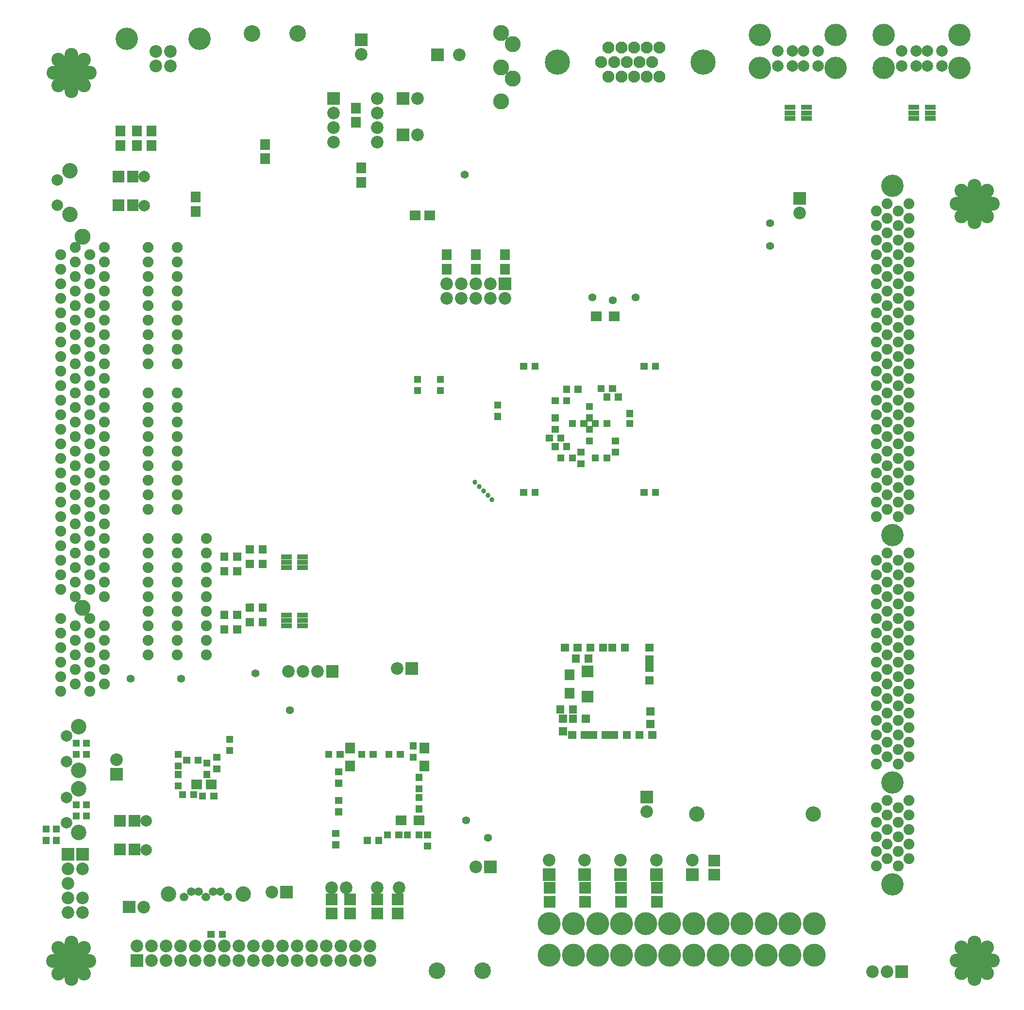
<source format=gbr>
%FSLAX34Y34*%
%MOMM*%
%LNSOLDERMASK_BOTTOM*%
G71*
G01*
%ADD10C, 2.20*%
%ADD11C, 2.00*%
%ADD12C, 2.70*%
%ADD13C, 1.90*%
%ADD14C, 2.80*%
%ADD15C, 1.40*%
%ADD16C, 1.50*%
%ADD17C, 2.70*%
%ADD18C, 2.90*%
%ADD19C, 2.20*%
%ADD20C, 0.86*%
%ADD21C, 2.80*%
%ADD22C, 2.10*%
%ADD23C, 2.69*%
%ADD24C, 3.90*%
%ADD25C, 4.00*%
%ADD26C, 4.40*%
%ADD27C, 6.40*%
%ADD28C, 2.40*%
%ADD29R, 1.82X1.92*%
%ADD30R, 1.90X0.82*%
%ADD31R, 1.92X1.82*%
%LPD*%
X55118Y167335D02*
G54D10*
D03*
X80518Y167335D02*
G54D10*
D03*
X55118Y192735D02*
G54D10*
D03*
G36*
X44114Y254538D02*
X66122Y254538D01*
X66122Y232530D01*
X44114Y232530D01*
X44114Y254538D01*
G37*
G36*
X69514Y254538D02*
X91522Y254538D01*
X91522Y232530D01*
X69514Y232530D01*
X69514Y254538D01*
G37*
X53086Y298044D02*
G54D11*
D03*
X53086Y342493D02*
G54D11*
D03*
X74168Y389585D02*
G54D12*
D03*
X53086Y405079D02*
G54D11*
D03*
X74168Y465784D02*
G54D12*
D03*
X53086Y449529D02*
G54D11*
D03*
X93218Y527710D02*
G54D13*
D03*
X67818Y565810D02*
G54D13*
D03*
X93218Y553110D02*
G54D13*
D03*
X93218Y578510D02*
G54D13*
D03*
X67818Y540410D02*
G54D13*
D03*
X93218Y603910D02*
G54D13*
D03*
X67818Y642010D02*
G54D13*
D03*
X93218Y629310D02*
G54D13*
D03*
X93218Y654710D02*
G54D13*
D03*
X67818Y616610D02*
G54D13*
D03*
X67818Y718210D02*
G54D13*
D03*
X93218Y730910D02*
G54D13*
D03*
X93218Y705510D02*
G54D13*
D03*
X67818Y692810D02*
G54D13*
D03*
X93218Y756310D02*
G54D13*
D03*
X67818Y794410D02*
G54D13*
D03*
X93218Y807110D02*
G54D13*
D03*
X67818Y769010D02*
G54D13*
D03*
X93218Y781710D02*
G54D13*
D03*
X93218Y832510D02*
G54D13*
D03*
X93218Y883310D02*
G54D13*
D03*
X67818Y870610D02*
G54D13*
D03*
X67818Y845210D02*
G54D13*
D03*
X93218Y857910D02*
G54D13*
D03*
X93218Y908710D02*
G54D13*
D03*
X67818Y946810D02*
G54D13*
D03*
X93218Y959510D02*
G54D13*
D03*
X67818Y921410D02*
G54D13*
D03*
X93218Y934110D02*
G54D13*
D03*
X93218Y984910D02*
G54D13*
D03*
X67818Y1023010D02*
G54D13*
D03*
X93218Y1035710D02*
G54D13*
D03*
X93218Y1010310D02*
G54D13*
D03*
X67818Y997610D02*
G54D13*
D03*
X93218Y1061110D02*
G54D13*
D03*
X67818Y1099210D02*
G54D13*
D03*
X93218Y1111910D02*
G54D13*
D03*
X67818Y1073810D02*
G54D13*
D03*
X93218Y1086510D02*
G54D13*
D03*
X93218Y1137310D02*
G54D13*
D03*
X67818Y1175410D02*
G54D13*
D03*
X93218Y1188110D02*
G54D13*
D03*
X67818Y1150010D02*
G54D13*
D03*
X93218Y1162710D02*
G54D13*
D03*
X93218Y1213510D02*
G54D13*
D03*
X93218Y1264310D02*
G54D13*
D03*
X67818Y1251610D02*
G54D13*
D03*
X67818Y1226210D02*
G54D13*
D03*
X93218Y1238910D02*
G54D13*
D03*
X93218Y1289710D02*
G54D13*
D03*
X67818Y1302410D02*
G54D13*
D03*
X80518Y1321460D02*
G54D14*
D03*
X175768Y83210D02*
G54D10*
D03*
G36*
X151302Y162490D02*
X173311Y162490D01*
X173311Y140482D01*
X151302Y140482D01*
X151302Y162490D01*
G37*
X140335Y408457D02*
G54D10*
D03*
G36*
X129331Y394061D02*
X151339Y394061D01*
X151339Y372053D01*
X129331Y372053D01*
X129331Y394061D01*
G37*
X164998Y549986D02*
G54D15*
D03*
X251968Y83210D02*
G54D10*
D03*
X226568Y83210D02*
G54D10*
D03*
X257988Y168960D02*
G54D16*
D03*
X230988Y173735D02*
G54D17*
D03*
X252501Y549986D02*
G54D15*
D03*
X245618Y642010D02*
G54D13*
D03*
X245618Y616610D02*
G54D13*
D03*
X245618Y718210D02*
G54D13*
D03*
X245618Y692810D02*
G54D13*
D03*
X245618Y794410D02*
G54D13*
D03*
X245618Y769010D02*
G54D13*
D03*
X245618Y845210D02*
G54D13*
D03*
X245618Y870610D02*
G54D13*
D03*
X245618Y921410D02*
G54D13*
D03*
X245618Y946810D02*
G54D13*
D03*
X245618Y997610D02*
G54D13*
D03*
X245618Y1023010D02*
G54D13*
D03*
X245618Y1099210D02*
G54D13*
D03*
X245618Y1175410D02*
G54D13*
D03*
X245618Y1150010D02*
G54D13*
D03*
X245618Y1251610D02*
G54D13*
D03*
X245618Y1226210D02*
G54D13*
D03*
X245618Y1302410D02*
G54D13*
D03*
X233959Y1644624D02*
G54D10*
D03*
X233959Y1619225D02*
G54D10*
D03*
X208560Y1644624D02*
G54D10*
D03*
X208560Y1619225D02*
G54D10*
D03*
X328168Y83210D02*
G54D10*
D03*
X302768Y83210D02*
G54D10*
D03*
X283388Y178485D02*
G54D16*
D03*
X321488Y178485D02*
G54D16*
D03*
X308788Y178485D02*
G54D16*
D03*
X334188Y168960D02*
G54D16*
D03*
X296088Y168960D02*
G54D16*
D03*
X296418Y616610D02*
G54D13*
D03*
X296418Y642010D02*
G54D13*
D03*
X296418Y692810D02*
G54D13*
D03*
X296418Y718210D02*
G54D13*
D03*
X296418Y769010D02*
G54D13*
D03*
X296418Y794410D02*
G54D13*
D03*
X404368Y83210D02*
G54D10*
D03*
X378968Y83210D02*
G54D10*
D03*
X411048Y177241D02*
G54D10*
D03*
X382143Y559460D02*
G54D15*
D03*
X376022Y1675866D02*
G54D18*
D03*
X480568Y83210D02*
G54D10*
D03*
X455168Y83210D02*
G54D10*
D03*
G36*
X425444Y188245D02*
X447453Y188245D01*
X447453Y166237D01*
X425444Y166237D01*
X425444Y188245D01*
G37*
X442494Y494995D02*
G54D15*
D03*
X440258Y562254D02*
G54D10*
D03*
X465658Y562254D02*
G54D10*
D03*
X456032Y1675866D02*
G54D18*
D03*
X556768Y83210D02*
G54D10*
D03*
X531368Y83210D02*
G54D10*
D03*
X515112Y184988D02*
G54D19*
D03*
X540512Y184988D02*
G54D19*
D03*
G36*
X505454Y573258D02*
X527462Y573258D01*
X527462Y551250D01*
X505454Y551250D01*
X505454Y573258D01*
G37*
X518668Y1486560D02*
G54D10*
D03*
G36*
X507664Y1573764D02*
X529672Y1573764D01*
X529672Y1551756D01*
X507664Y1551756D01*
X507664Y1573764D01*
G37*
X518668Y1537360D02*
G54D10*
D03*
X594944Y184988D02*
G54D19*
D03*
X633044Y184988D02*
G54D19*
D03*
X629616Y567486D02*
G54D10*
D03*
X594868Y1486560D02*
G54D10*
D03*
X594868Y1562760D02*
G54D10*
D03*
X594868Y1537360D02*
G54D10*
D03*
G36*
X628314Y1573764D02*
X650322Y1573764D01*
X650322Y1551756D01*
X628314Y1551756D01*
X628314Y1573764D01*
G37*
X698754Y39929D02*
G54D18*
D03*
X715518Y1213510D02*
G54D10*
D03*
X715518Y1238910D02*
G54D10*
D03*
X664718Y1562760D02*
G54D10*
D03*
G36*
X688639Y1649964D02*
X710647Y1649964D01*
X710647Y1627956D01*
X688639Y1627956D01*
X688639Y1649964D01*
G37*
X778764Y39929D02*
G54D18*
D03*
X766648Y221691D02*
G54D10*
D03*
G36*
X781044Y232695D02*
X803052Y232695D01*
X803052Y210687D01*
X781044Y210687D01*
X781044Y232695D01*
G37*
X787502Y272491D02*
G54D15*
D03*
X750011Y302488D02*
G54D15*
D03*
X772516Y884986D02*
G54D20*
D03*
X780008Y877494D02*
G54D20*
D03*
X787502Y870000D02*
G54D20*
D03*
X794994Y862507D02*
G54D20*
D03*
X766318Y1213510D02*
G54D10*
D03*
X766318Y1238910D02*
G54D10*
D03*
X791718Y1213510D02*
G54D10*
D03*
X791718Y1238910D02*
G54D10*
D03*
X740918Y1213510D02*
G54D10*
D03*
X740918Y1238910D02*
G54D10*
D03*
X817118Y1213510D02*
G54D10*
D03*
G36*
X806114Y1249914D02*
X828122Y1249914D01*
X828122Y1227906D01*
X806114Y1227906D01*
X806114Y1249914D01*
G37*
X830758Y1597050D02*
G54D21*
D03*
X894207Y233350D02*
G54D10*
D03*
X1019200Y233350D02*
G54D10*
D03*
X970000Y1215009D02*
G54D15*
D03*
X1005002Y1210004D02*
G54D15*
D03*
X985393Y1626260D02*
G54D22*
D03*
X1007618Y1626260D02*
G54D22*
D03*
X998093Y1600860D02*
G54D22*
D03*
X1020318Y1600860D02*
G54D22*
D03*
X1081710Y233350D02*
G54D10*
D03*
X1064768Y318160D02*
G54D10*
D03*
G36*
X1053764Y354564D02*
X1075772Y354564D01*
X1075772Y332556D01*
X1053764Y332556D01*
X1053764Y354564D01*
G37*
X1045006Y1215009D02*
G54D15*
D03*
X1052068Y1626260D02*
G54D22*
D03*
X1074293Y1626260D02*
G54D22*
D03*
X1064768Y1600860D02*
G54D22*
D03*
X1086993Y1600860D02*
G54D22*
D03*
X1144194Y233350D02*
G54D10*
D03*
X1151534Y313410D02*
G54D23*
D03*
X1280008Y1305001D02*
G54D15*
D03*
X1280008Y1345006D02*
G54D15*
D03*
X1293368Y1619300D02*
G54D11*
D03*
X1293368Y1645310D02*
G54D11*
D03*
X1318362Y1619300D02*
G54D11*
D03*
X1318362Y1645310D02*
G54D11*
D03*
X1354734Y313410D02*
G54D23*
D03*
X1363345Y1619300D02*
G54D11*
D03*
X1363345Y1645310D02*
G54D11*
D03*
X1458468Y38760D02*
G54D10*
D03*
X1464818Y222910D02*
G54D13*
D03*
X1464818Y248310D02*
G54D13*
D03*
X1464818Y273710D02*
G54D13*
D03*
X1464818Y299110D02*
G54D13*
D03*
X1464818Y324510D02*
G54D13*
D03*
X1464818Y400710D02*
G54D13*
D03*
X1464818Y426110D02*
G54D13*
D03*
X1464818Y451510D02*
G54D13*
D03*
X1464818Y476910D02*
G54D13*
D03*
X1464818Y502310D02*
G54D13*
D03*
X1464818Y527710D02*
G54D13*
D03*
X1464818Y553110D02*
G54D13*
D03*
X1464818Y578510D02*
G54D13*
D03*
X1464818Y603910D02*
G54D13*
D03*
X1464818Y629310D02*
G54D13*
D03*
X1464818Y654710D02*
G54D13*
D03*
X1464818Y680110D02*
G54D13*
D03*
X1464818Y705510D02*
G54D13*
D03*
X1464818Y730910D02*
G54D13*
D03*
X1464818Y756310D02*
G54D13*
D03*
X1464818Y832510D02*
G54D13*
D03*
X1464818Y857910D02*
G54D13*
D03*
X1464818Y883310D02*
G54D13*
D03*
X1464818Y908710D02*
G54D13*
D03*
X1464818Y934110D02*
G54D13*
D03*
X1464818Y959510D02*
G54D13*
D03*
X1464818Y984910D02*
G54D13*
D03*
X1464818Y1010310D02*
G54D13*
D03*
X1464818Y1035710D02*
G54D13*
D03*
X1464818Y1061110D02*
G54D13*
D03*
X1464818Y1086510D02*
G54D13*
D03*
X1464818Y1111910D02*
G54D13*
D03*
X1464818Y1137310D02*
G54D13*
D03*
X1464818Y1162710D02*
G54D13*
D03*
X1464818Y1188110D02*
G54D13*
D03*
X1464818Y1213510D02*
G54D13*
D03*
X1464818Y1238910D02*
G54D13*
D03*
X1464818Y1264310D02*
G54D13*
D03*
X1464818Y1289710D02*
G54D13*
D03*
X1464818Y1315110D02*
G54D13*
D03*
X1464818Y1340510D02*
G54D13*
D03*
X1464818Y1365910D02*
G54D13*
D03*
G36*
X1498264Y49764D02*
X1520272Y49764D01*
X1520272Y27756D01*
X1498264Y27756D01*
X1498264Y49764D01*
G37*
X1502918Y222910D02*
G54D13*
D03*
X1521968Y235610D02*
G54D13*
D03*
X1502918Y248310D02*
G54D13*
D03*
X1502918Y273710D02*
G54D13*
D03*
X1521968Y261010D02*
G54D13*
D03*
X1502918Y299110D02*
G54D13*
D03*
X1521968Y311810D02*
G54D13*
D03*
X1502918Y324510D02*
G54D13*
D03*
X1521968Y337210D02*
G54D13*
D03*
X1502918Y400710D02*
G54D13*
D03*
X1502918Y426110D02*
G54D13*
D03*
X1521968Y413410D02*
G54D13*
D03*
X1502918Y451510D02*
G54D13*
D03*
X1521968Y464210D02*
G54D13*
D03*
X1502918Y476910D02*
G54D13*
D03*
X1502918Y502310D02*
G54D13*
D03*
X1521968Y489610D02*
G54D13*
D03*
X1502918Y527710D02*
G54D13*
D03*
X1521968Y540410D02*
G54D13*
D03*
X1502918Y553110D02*
G54D13*
D03*
X1502918Y578510D02*
G54D13*
D03*
X1521968Y565810D02*
G54D13*
D03*
X1502918Y603910D02*
G54D13*
D03*
X1521968Y616610D02*
G54D13*
D03*
X1502918Y629310D02*
G54D13*
D03*
X1502918Y654710D02*
G54D13*
D03*
X1521968Y642010D02*
G54D13*
D03*
X1502918Y680110D02*
G54D13*
D03*
X1521968Y692810D02*
G54D13*
D03*
X1502918Y705510D02*
G54D13*
D03*
X1502918Y730910D02*
G54D13*
D03*
X1521968Y718210D02*
G54D13*
D03*
X1502918Y756310D02*
G54D13*
D03*
X1521968Y769010D02*
G54D13*
D03*
X1502918Y832510D02*
G54D13*
D03*
X1521968Y845210D02*
G54D13*
D03*
X1502918Y857910D02*
G54D13*
D03*
X1502918Y883310D02*
G54D13*
D03*
X1521968Y870610D02*
G54D13*
D03*
X1502918Y908710D02*
G54D13*
D03*
X1521968Y921410D02*
G54D13*
D03*
X1502918Y934110D02*
G54D13*
D03*
X1502918Y959510D02*
G54D13*
D03*
X1521968Y946810D02*
G54D13*
D03*
X1502918Y984910D02*
G54D13*
D03*
X1521968Y997610D02*
G54D13*
D03*
X1502918Y1010310D02*
G54D13*
D03*
X1502918Y1035710D02*
G54D13*
D03*
X1521968Y1023010D02*
G54D13*
D03*
X1502918Y1061110D02*
G54D13*
D03*
X1521968Y1073810D02*
G54D13*
D03*
X1502918Y1086510D02*
G54D13*
D03*
X1502918Y1111910D02*
G54D13*
D03*
X1521968Y1099210D02*
G54D13*
D03*
X1502918Y1137310D02*
G54D13*
D03*
X1521968Y1150010D02*
G54D13*
D03*
X1502918Y1162710D02*
G54D13*
D03*
X1502918Y1188110D02*
G54D13*
D03*
X1521968Y1175410D02*
G54D13*
D03*
X1502918Y1213510D02*
G54D13*
D03*
X1521968Y1226210D02*
G54D13*
D03*
X1502918Y1238910D02*
G54D13*
D03*
X1502918Y1264310D02*
G54D13*
D03*
X1521968Y1251610D02*
G54D13*
D03*
X1502918Y1289710D02*
G54D13*
D03*
X1521968Y1302410D02*
G54D13*
D03*
X1502918Y1315110D02*
G54D13*
D03*
X1502918Y1340510D02*
G54D13*
D03*
X1521968Y1327810D02*
G54D13*
D03*
X1502918Y1365910D02*
G54D13*
D03*
X1521968Y1378610D02*
G54D13*
D03*
X1509268Y1619300D02*
G54D11*
D03*
X1509268Y1645310D02*
G54D11*
D03*
X1534262Y1619300D02*
G54D11*
D03*
X1534262Y1645310D02*
G54D11*
D03*
X1554251Y1619300D02*
G54D11*
D03*
X1554251Y1645310D02*
G54D11*
D03*
X1579245Y1619300D02*
G54D11*
D03*
X1579245Y1645310D02*
G54D11*
D03*
X1609877Y1615897D02*
G54D24*
D03*
X55118Y141935D02*
G54D10*
D03*
X80518Y141935D02*
G54D10*
D03*
X55118Y218135D02*
G54D10*
D03*
X80518Y218135D02*
G54D10*
D03*
X74168Y281635D02*
G54D12*
D03*
X74168Y357835D02*
G54D12*
D03*
X67818Y743610D02*
G54D13*
D03*
X67818Y591210D02*
G54D13*
D03*
X80518Y673760D02*
G54D14*
D03*
X67818Y819810D02*
G54D13*
D03*
X67818Y896010D02*
G54D13*
D03*
X67818Y972210D02*
G54D13*
D03*
X67818Y1048410D02*
G54D13*
D03*
X67818Y1124610D02*
G54D13*
D03*
X67818Y1200810D02*
G54D13*
D03*
X67818Y1277010D02*
G54D13*
D03*
X59157Y1360068D02*
G54D12*
D03*
X59157Y1436268D02*
G54D12*
D03*
G36*
X164764Y68814D02*
X186772Y68814D01*
X186772Y46806D01*
X164764Y46806D01*
X164764Y68814D01*
G37*
X157760Y1666850D02*
G54D24*
D03*
X251968Y57810D02*
G54D10*
D03*
X226568Y57810D02*
G54D10*
D03*
X245618Y591210D02*
G54D13*
D03*
X245618Y667410D02*
G54D13*
D03*
X245618Y743610D02*
G54D13*
D03*
X245618Y896010D02*
G54D13*
D03*
X245618Y972210D02*
G54D13*
D03*
X245618Y1048410D02*
G54D13*
D03*
X245618Y1124610D02*
G54D13*
D03*
X245618Y1200810D02*
G54D13*
D03*
X245618Y1277010D02*
G54D13*
D03*
X328168Y57810D02*
G54D10*
D03*
X302768Y57810D02*
G54D10*
D03*
X296418Y591210D02*
G54D13*
D03*
X296418Y667410D02*
G54D13*
D03*
X296418Y743610D02*
G54D13*
D03*
X404368Y57810D02*
G54D10*
D03*
X378968Y57810D02*
G54D10*
D03*
X480568Y57810D02*
G54D10*
D03*
X455168Y57810D02*
G54D10*
D03*
X556768Y57810D02*
G54D10*
D03*
X531368Y57810D02*
G54D10*
D03*
X518668Y1511960D02*
G54D10*
D03*
X594868Y1511960D02*
G54D10*
D03*
G36*
X628314Y1510264D02*
X650322Y1510264D01*
X650322Y1488256D01*
X628314Y1488256D01*
X628314Y1510264D01*
G37*
X664718Y1499260D02*
G54D10*
D03*
X764997Y892504D02*
G54D20*
D03*
X747268Y1429410D02*
G54D15*
D03*
X830758Y1657045D02*
G54D21*
D03*
G36*
X883203Y218953D02*
X905211Y218953D01*
X905211Y196945D01*
X883203Y196945D01*
X883203Y218953D01*
G37*
X978866Y67513D02*
G54D25*
D03*
X978866Y122529D02*
G54D25*
D03*
G36*
X1008196Y218953D02*
X1030205Y218953D01*
X1030205Y196945D01*
X1008196Y196945D01*
X1008196Y218953D01*
G37*
X998093Y1651660D02*
G54D22*
D03*
X1020318Y1651660D02*
G54D22*
D03*
X1062863Y67513D02*
G54D25*
D03*
X1062863Y122529D02*
G54D25*
D03*
G36*
X1070706Y218953D02*
X1092714Y218953D01*
X1092714Y196945D01*
X1070706Y196945D01*
X1070706Y218953D01*
G37*
X1064768Y1651660D02*
G54D22*
D03*
X1086993Y1651660D02*
G54D22*
D03*
X1146861Y67513D02*
G54D25*
D03*
X1146861Y122529D02*
G54D25*
D03*
G36*
X1133190Y218953D02*
X1155198Y218953D01*
X1155198Y196945D01*
X1133190Y196945D01*
X1133190Y218953D01*
G37*
X1230858Y67513D02*
G54D25*
D03*
X1230858Y122529D02*
G54D25*
D03*
X1314856Y67513D02*
G54D25*
D03*
X1314856Y122529D02*
G54D25*
D03*
X1521968Y286410D02*
G54D13*
D03*
X1521968Y438810D02*
G54D13*
D03*
X1521968Y515010D02*
G54D13*
D03*
X1521968Y591210D02*
G54D13*
D03*
X1521968Y667410D02*
G54D13*
D03*
X1521968Y743610D02*
G54D13*
D03*
X1521968Y896010D02*
G54D13*
D03*
X1521968Y972210D02*
G54D13*
D03*
X1521968Y1048410D02*
G54D13*
D03*
X1521968Y1124610D02*
G54D13*
D03*
X1521968Y1200810D02*
G54D13*
D03*
X1521968Y1277010D02*
G54D13*
D03*
X1521968Y1353210D02*
G54D13*
D03*
X1609877Y1673047D02*
G54D24*
D03*
X42418Y527710D02*
G54D13*
D03*
X42418Y553110D02*
G54D13*
D03*
X42418Y578510D02*
G54D13*
D03*
X42418Y603910D02*
G54D13*
D03*
X42418Y629310D02*
G54D13*
D03*
X42418Y654710D02*
G54D13*
D03*
X42418Y730910D02*
G54D13*
D03*
X42418Y705510D02*
G54D13*
D03*
X42418Y756310D02*
G54D13*
D03*
X42418Y807110D02*
G54D13*
D03*
X42418Y781710D02*
G54D13*
D03*
X42418Y832510D02*
G54D13*
D03*
X42418Y883310D02*
G54D13*
D03*
X42418Y857910D02*
G54D13*
D03*
X42418Y908710D02*
G54D13*
D03*
X42418Y959510D02*
G54D13*
D03*
X42418Y934110D02*
G54D13*
D03*
X42418Y984910D02*
G54D13*
D03*
X42418Y1035710D02*
G54D13*
D03*
X42418Y1010310D02*
G54D13*
D03*
X42418Y1061110D02*
G54D13*
D03*
X42418Y1111910D02*
G54D13*
D03*
X42418Y1086510D02*
G54D13*
D03*
X42418Y1137310D02*
G54D13*
D03*
X42418Y1188110D02*
G54D13*
D03*
X42418Y1162710D02*
G54D13*
D03*
X42418Y1213510D02*
G54D13*
D03*
X42418Y1264310D02*
G54D13*
D03*
X42418Y1238910D02*
G54D13*
D03*
X42418Y1289710D02*
G54D13*
D03*
X36932Y1375943D02*
G54D11*
D03*
X201168Y83210D02*
G54D10*
D03*
X277368Y83210D02*
G54D10*
D03*
X353568Y83210D02*
G54D10*
D03*
X361162Y173735D02*
G54D17*
D03*
X270688Y178485D02*
G54D16*
D03*
X187706Y151486D02*
G54D10*
D03*
X191364Y250901D02*
G54D11*
D03*
X191364Y301700D02*
G54D11*
D03*
X118618Y565810D02*
G54D13*
D03*
X118618Y540410D02*
G54D13*
D03*
X118618Y642010D02*
G54D13*
D03*
X118618Y616610D02*
G54D13*
D03*
X194818Y642010D02*
G54D13*
D03*
X194818Y616610D02*
G54D13*
D03*
X118618Y718210D02*
G54D13*
D03*
X118618Y692810D02*
G54D13*
D03*
X194818Y718210D02*
G54D13*
D03*
X194818Y692810D02*
G54D13*
D03*
X118618Y794410D02*
G54D13*
D03*
X118618Y769010D02*
G54D13*
D03*
X194818Y794410D02*
G54D13*
D03*
X194818Y769010D02*
G54D13*
D03*
X118618Y870610D02*
G54D13*
D03*
X118618Y845210D02*
G54D13*
D03*
X194818Y845210D02*
G54D13*
D03*
X194818Y870610D02*
G54D13*
D03*
X118618Y946810D02*
G54D13*
D03*
X118618Y921410D02*
G54D13*
D03*
X194818Y921410D02*
G54D13*
D03*
X194818Y946810D02*
G54D13*
D03*
X118618Y1023010D02*
G54D13*
D03*
X118618Y997610D02*
G54D13*
D03*
X194818Y997610D02*
G54D13*
D03*
X194818Y1023010D02*
G54D13*
D03*
X118618Y1099210D02*
G54D13*
D03*
X118618Y1073810D02*
G54D13*
D03*
X194818Y1099210D02*
G54D13*
D03*
X118618Y1175410D02*
G54D13*
D03*
X118618Y1150010D02*
G54D13*
D03*
X194818Y1175410D02*
G54D13*
D03*
X194818Y1150010D02*
G54D13*
D03*
X118618Y1251610D02*
G54D13*
D03*
X118618Y1226210D02*
G54D13*
D03*
X194818Y1251610D02*
G54D13*
D03*
X194818Y1226210D02*
G54D13*
D03*
X118618Y1302410D02*
G54D13*
D03*
X194818Y1302410D02*
G54D13*
D03*
X188468Y1375435D02*
G54D11*
D03*
X429768Y83210D02*
G54D10*
D03*
X505968Y83210D02*
G54D10*
D03*
X582168Y83210D02*
G54D10*
D03*
X491058Y562254D02*
G54D10*
D03*
G36*
X644011Y578490D02*
X666020Y578490D01*
X666020Y556482D01*
X644011Y556482D01*
X644011Y578490D01*
G37*
X566776Y1639138D02*
G54D10*
D03*
X956716Y233350D02*
G54D10*
D03*
X810768Y1557045D02*
G54D21*
D03*
X810768Y1617040D02*
G54D21*
D03*
X737743Y1638960D02*
G54D10*
D03*
X810768Y1677060D02*
G54D21*
D03*
X1262202Y1615897D02*
G54D24*
D03*
X1029843Y1626260D02*
G54D22*
D03*
X1042543Y1600860D02*
G54D22*
D03*
X1483868Y38760D02*
G54D10*
D03*
X1483868Y235610D02*
G54D13*
D03*
X1483868Y261010D02*
G54D13*
D03*
X1483868Y311810D02*
G54D13*
D03*
X1483868Y337210D02*
G54D13*
D03*
X1483868Y413410D02*
G54D13*
D03*
X1483868Y464210D02*
G54D13*
D03*
X1483868Y489610D02*
G54D13*
D03*
X1483868Y540410D02*
G54D13*
D03*
X1483868Y565810D02*
G54D13*
D03*
X1483868Y616610D02*
G54D13*
D03*
X1483868Y642010D02*
G54D13*
D03*
X1483868Y692810D02*
G54D13*
D03*
X1483868Y718210D02*
G54D13*
D03*
X1483868Y769010D02*
G54D13*
D03*
X1483868Y845210D02*
G54D13*
D03*
X1483868Y870610D02*
G54D13*
D03*
X1483868Y921410D02*
G54D13*
D03*
X1483868Y946810D02*
G54D13*
D03*
X1483868Y997610D02*
G54D13*
D03*
X1483868Y1023010D02*
G54D13*
D03*
X1483868Y1073810D02*
G54D13*
D03*
X1483868Y1099210D02*
G54D13*
D03*
X1483868Y1150010D02*
G54D13*
D03*
X1483868Y1175410D02*
G54D13*
D03*
X1483868Y1226210D02*
G54D13*
D03*
X1483868Y1251610D02*
G54D13*
D03*
X1483868Y1302410D02*
G54D13*
D03*
X1483868Y1327810D02*
G54D13*
D03*
X1483868Y1378610D02*
G54D13*
D03*
G36*
X1320464Y1399139D02*
X1342472Y1399139D01*
X1342472Y1377131D01*
X1320464Y1377131D01*
X1320464Y1399139D01*
G37*
X1338352Y1619300D02*
G54D11*
D03*
X1338352Y1645310D02*
G54D11*
D03*
X1393978Y1615897D02*
G54D24*
D03*
X1478102Y1615897D02*
G54D24*
D03*
X36932Y1420393D02*
G54D11*
D03*
X201168Y57810D02*
G54D10*
D03*
X277368Y57810D02*
G54D10*
D03*
X353568Y57810D02*
G54D10*
D03*
X118618Y743610D02*
G54D13*
D03*
X118618Y591210D02*
G54D13*
D03*
X194818Y591210D02*
G54D13*
D03*
X194818Y667410D02*
G54D13*
D03*
X194818Y743610D02*
G54D13*
D03*
X118618Y819810D02*
G54D13*
D03*
X118618Y896010D02*
G54D13*
D03*
X118618Y972210D02*
G54D13*
D03*
X118618Y1048410D02*
G54D13*
D03*
X194818Y896010D02*
G54D13*
D03*
X194818Y972210D02*
G54D13*
D03*
X194818Y1048410D02*
G54D13*
D03*
X118618Y1124610D02*
G54D13*
D03*
X118618Y1200810D02*
G54D13*
D03*
X118618Y1277010D02*
G54D13*
D03*
X194818Y1124610D02*
G54D13*
D03*
X194818Y1200810D02*
G54D13*
D03*
X194818Y1277010D02*
G54D13*
D03*
X188468Y1426235D02*
G54D11*
D03*
X284760Y1666850D02*
G54D24*
D03*
X429768Y57810D02*
G54D10*
D03*
X505968Y57810D02*
G54D10*
D03*
X582168Y57810D02*
G54D10*
D03*
G36*
X555771Y1675542D02*
X577780Y1675542D01*
X577780Y1653534D01*
X555771Y1653534D01*
X555771Y1675542D01*
G37*
X936879Y67513D02*
G54D25*
D03*
X936879Y122529D02*
G54D25*
D03*
X894868Y67513D02*
G54D25*
D03*
X894868Y122529D02*
G54D25*
D03*
G36*
X945712Y218953D02*
X967721Y218953D01*
X967721Y196945D01*
X945712Y196945D01*
X945712Y218953D01*
G37*
X909193Y1626260D02*
G54D26*
D03*
X1188872Y67513D02*
G54D25*
D03*
X1188872Y122529D02*
G54D25*
D03*
X1272870Y67513D02*
G54D25*
D03*
X1272870Y122529D02*
G54D25*
D03*
X1020877Y67513D02*
G54D25*
D03*
X1020877Y122529D02*
G54D25*
D03*
X1104874Y67513D02*
G54D25*
D03*
X1104874Y122529D02*
G54D25*
D03*
X1042543Y1651660D02*
G54D22*
D03*
X1163193Y1626260D02*
G54D26*
D03*
X1356868Y67513D02*
G54D25*
D03*
X1356868Y122529D02*
G54D25*
D03*
X1483868Y286410D02*
G54D13*
D03*
X1493393Y368960D02*
G54D24*
D03*
X1483868Y438810D02*
G54D13*
D03*
X1483868Y515010D02*
G54D13*
D03*
X1483868Y591210D02*
G54D13*
D03*
X1483868Y667410D02*
G54D13*
D03*
X1483868Y743610D02*
G54D13*
D03*
X1483868Y896010D02*
G54D13*
D03*
X1483868Y972210D02*
G54D13*
D03*
X1483868Y1048410D02*
G54D13*
D03*
X1483868Y1124610D02*
G54D13*
D03*
X1483868Y1200810D02*
G54D13*
D03*
X1483868Y1277010D02*
G54D13*
D03*
X1483868Y1353210D02*
G54D13*
D03*
X1331468Y1362735D02*
G54D10*
D03*
X1262202Y1673047D02*
G54D24*
D03*
X1493393Y191160D02*
G54D24*
D03*
X1493393Y800760D02*
G54D24*
D03*
X1393978Y1673047D02*
G54D24*
D03*
X1478102Y1673047D02*
G54D24*
D03*
X1493393Y1410360D02*
G54D24*
D03*
X61468Y57810D02*
G54D27*
D03*
X61468Y1607210D02*
G54D27*
D03*
X1636268Y57810D02*
G54D27*
D03*
X1636268Y1378610D02*
G54D27*
D03*
G36*
X28937Y273551D02*
X41065Y273551D01*
X41065Y261423D01*
X28937Y261423D01*
X28937Y273551D01*
G37*
G36*
X11436Y273551D02*
X23564Y273551D01*
X23564Y261423D01*
X11436Y261423D01*
X11436Y273551D01*
G37*
X29718Y1607210D02*
G54D28*
D03*
X83490Y35077D02*
G54D28*
D03*
X61265Y25552D02*
G54D28*
D03*
X83490Y79984D02*
G54D28*
D03*
X61265Y89052D02*
G54D28*
D03*
G36*
X63938Y316071D02*
X76066Y316071D01*
X76066Y303943D01*
X63938Y303943D01*
X63938Y316071D01*
G37*
G36*
X81439Y316071D02*
X93567Y316071D01*
X93567Y303943D01*
X81439Y303943D01*
X81439Y316071D01*
G37*
G36*
X63938Y336060D02*
X76066Y336060D01*
X76066Y323932D01*
X63938Y323932D01*
X63938Y336060D01*
G37*
G36*
X81439Y336060D02*
X93567Y336060D01*
X93567Y323932D01*
X81439Y323932D01*
X81439Y336060D01*
G37*
G36*
X63938Y423563D02*
X76066Y423563D01*
X76066Y411435D01*
X63938Y411435D01*
X63938Y423563D01*
G37*
G36*
X81439Y423563D02*
X93567Y423563D01*
X93567Y411435D01*
X81439Y411435D01*
X81439Y423563D01*
G37*
X83693Y1629866D02*
G54D28*
D03*
X93218Y1607210D02*
G54D28*
D03*
X61468Y1638960D02*
G54D28*
D03*
G36*
X161220Y261816D02*
X181476Y261816D01*
X181476Y241560D01*
X161220Y241560D01*
X161220Y261816D01*
G37*
G36*
X136226Y261816D02*
X156482Y261816D01*
X156482Y241560D01*
X136226Y241560D01*
X136226Y261816D01*
G37*
G36*
X161220Y311828D02*
X181476Y311828D01*
X181476Y291572D01*
X161220Y291572D01*
X161220Y311828D01*
G37*
G36*
X136226Y311828D02*
X156482Y311828D01*
X156482Y291572D01*
X136226Y291572D01*
X136226Y311828D01*
G37*
G36*
X133331Y1386350D02*
X153587Y1386350D01*
X153587Y1366094D01*
X133331Y1366094D01*
X133331Y1386350D01*
G37*
G36*
X158325Y1386350D02*
X178581Y1386350D01*
X178581Y1366094D01*
X158325Y1366094D01*
X158325Y1386350D01*
G37*
X175768Y1480210D02*
G54D29*
D03*
X147193Y1480210D02*
G54D29*
D03*
G36*
X248952Y353561D02*
X261080Y353561D01*
X261080Y341433D01*
X248952Y341433D01*
X248952Y353561D01*
G37*
G36*
X241434Y423563D02*
X253562Y423563D01*
X253562Y411435D01*
X241434Y411435D01*
X241434Y423563D01*
G37*
G36*
X241434Y403573D02*
X253562Y403573D01*
X253562Y391445D01*
X241434Y391445D01*
X241434Y403573D01*
G37*
G36*
X241434Y388562D02*
X253562Y388562D01*
X253562Y376434D01*
X241434Y376434D01*
X241434Y388562D01*
G37*
G36*
X256445Y413555D02*
X268573Y413555D01*
X268573Y401427D01*
X256445Y401427D01*
X256445Y413555D01*
G37*
G36*
X318675Y109619D02*
X330803Y109619D01*
X330803Y97491D01*
X318675Y97491D01*
X318675Y109619D01*
G37*
G36*
X298660Y109619D02*
X310788Y109619D01*
X310788Y97491D01*
X298660Y97491D01*
X298660Y109619D01*
G37*
G36*
X283954Y351072D02*
X296082Y351072D01*
X296082Y338944D01*
X283954Y338944D01*
X283954Y351072D01*
G37*
G36*
X303943Y351072D02*
X316071Y351072D01*
X316071Y338944D01*
X303943Y338944D01*
X303943Y351072D01*
G37*
G36*
X276435Y413555D02*
X288563Y413555D01*
X288563Y401427D01*
X276435Y401427D01*
X276435Y413555D01*
G37*
G36*
X308947Y418560D02*
X321075Y418560D01*
X321075Y406432D01*
X308947Y406432D01*
X308947Y418560D01*
G37*
G36*
X308947Y398570D02*
X321075Y398570D01*
X321075Y386442D01*
X308947Y386442D01*
X308947Y398570D01*
G37*
G36*
X291446Y408552D02*
X303574Y408552D01*
X303574Y396424D01*
X291446Y396424D01*
X291446Y408552D01*
G37*
G36*
X291446Y388562D02*
X303574Y388562D01*
X303574Y376434D01*
X291446Y376434D01*
X291446Y388562D01*
G37*
G36*
X331172Y430320D02*
X343300Y430320D01*
X343300Y418192D01*
X331172Y418192D01*
X331172Y430320D01*
G37*
G36*
X321164Y642664D02*
X335172Y642664D01*
X335172Y628656D01*
X321164Y628656D01*
X321164Y642664D01*
G37*
G36*
X321164Y769664D02*
X335172Y769664D01*
X335172Y755656D01*
X321164Y755656D01*
X321164Y769664D01*
G37*
G36*
X387839Y655364D02*
X401847Y655364D01*
X401847Y641356D01*
X387839Y641356D01*
X387839Y655364D01*
G37*
G36*
X365614Y655364D02*
X379622Y655364D01*
X379622Y641356D01*
X365614Y641356D01*
X365614Y655364D01*
G37*
G36*
X387839Y782364D02*
X401847Y782364D01*
X401847Y768356D01*
X387839Y768356D01*
X387839Y782364D01*
G37*
G36*
X365614Y782364D02*
X379622Y782364D01*
X379622Y768356D01*
X365614Y768356D01*
X365614Y782364D01*
G37*
X398780Y1482445D02*
G54D29*
D03*
X398780Y1457452D02*
G54D29*
D03*
X464693Y651535D02*
G54D30*
D03*
X436118Y651535D02*
G54D30*
D03*
X436118Y661060D02*
G54D30*
D03*
X436118Y642010D02*
G54D30*
D03*
X464693Y642010D02*
G54D30*
D03*
X464693Y661060D02*
G54D30*
D03*
X464693Y753135D02*
G54D30*
D03*
X436118Y753135D02*
G54D30*
D03*
X436118Y762660D02*
G54D30*
D03*
X464693Y762660D02*
G54D30*
D03*
G36*
X504882Y175126D02*
X525138Y175126D01*
X525138Y154870D01*
X504882Y154870D01*
X504882Y175126D01*
G37*
G36*
X537369Y175126D02*
X557625Y175126D01*
X557625Y154870D01*
X537369Y154870D01*
X537369Y175126D01*
G37*
G36*
X516440Y286073D02*
X528568Y286073D01*
X528568Y273945D01*
X516440Y273945D01*
X516440Y286073D01*
G37*
G36*
X516440Y266058D02*
X528568Y266058D01*
X528568Y253930D01*
X516440Y253930D01*
X516440Y266058D01*
G37*
G36*
X521443Y343554D02*
X533571Y343554D01*
X533571Y331426D01*
X521443Y331426D01*
X521443Y343554D01*
G37*
G36*
X521443Y323564D02*
X533571Y323564D01*
X533571Y311436D01*
X521443Y311436D01*
X521443Y323564D01*
G37*
G36*
X521443Y393566D02*
X533571Y393566D01*
X533571Y381438D01*
X521443Y381438D01*
X521443Y393566D01*
G37*
G36*
X561448Y423563D02*
X573576Y423563D01*
X573576Y411435D01*
X561448Y411435D01*
X561448Y423563D01*
G37*
G36*
X503943Y423563D02*
X516071Y423563D01*
X516071Y411435D01*
X503943Y411435D01*
X503943Y423563D01*
G37*
G36*
X523932Y423563D02*
X536060Y423563D01*
X536060Y411435D01*
X523932Y411435D01*
X523932Y423563D01*
G37*
X547319Y397027D02*
G54D29*
D03*
X547319Y428777D02*
G54D29*
D03*
X557530Y1545945D02*
G54D29*
D03*
X557530Y1520952D02*
G54D29*
D03*
G36*
X619868Y175126D02*
X640124Y175126D01*
X640124Y154870D01*
X619868Y154870D01*
X619868Y175126D01*
G37*
G36*
X584867Y175126D02*
X605123Y175126D01*
X605123Y154870D01*
X584867Y154870D01*
X584867Y175126D01*
G37*
G36*
X626447Y283558D02*
X638575Y283558D01*
X638575Y271430D01*
X626447Y271430D01*
X626447Y283558D01*
G37*
G36*
X606432Y283558D02*
X618560Y283558D01*
X618560Y271430D01*
X606432Y271430D01*
X606432Y283558D01*
G37*
G36*
X591446Y273551D02*
X603574Y273551D01*
X603574Y261423D01*
X591446Y261423D01*
X591446Y273551D01*
G37*
X636219Y302311D02*
G54D31*
D03*
G36*
X581438Y423563D02*
X593566Y423563D01*
X593566Y411435D01*
X581438Y411435D01*
X581438Y423563D01*
G37*
G36*
X608946Y423563D02*
X621074Y423563D01*
X621074Y411435D01*
X608946Y411435D01*
X608946Y423563D01*
G37*
G36*
X628936Y423563D02*
X641064Y423563D01*
X641064Y411435D01*
X628936Y411435D01*
X628936Y423563D01*
G37*
G36*
X661448Y283558D02*
X673576Y283558D01*
X673576Y271430D01*
X661448Y271430D01*
X661448Y283558D01*
G37*
G36*
X676434Y263568D02*
X688562Y263568D01*
X688562Y251440D01*
X676434Y251440D01*
X676434Y263568D01*
G37*
G36*
X676434Y283558D02*
X688562Y283558D01*
X688562Y271430D01*
X676434Y271430D01*
X676434Y283558D01*
G37*
G36*
X661448Y348557D02*
X673576Y348557D01*
X673576Y336429D01*
X661448Y336429D01*
X661448Y348557D01*
G37*
G36*
X661448Y328567D02*
X673576Y328567D01*
X673576Y316439D01*
X661448Y316439D01*
X661448Y328567D01*
G37*
X667969Y302311D02*
G54D31*
D03*
G36*
X661448Y383558D02*
X673576Y383558D01*
X673576Y371430D01*
X661448Y371430D01*
X661448Y383558D01*
G37*
X677316Y397027D02*
G54D29*
D03*
X677316Y428777D02*
G54D29*
D03*
G36*
X658934Y1078554D02*
X671062Y1078554D01*
X671062Y1066426D01*
X658934Y1066426D01*
X658934Y1078554D01*
G37*
G36*
X698938Y1078554D02*
X711066Y1078554D01*
X711066Y1066426D01*
X698938Y1066426D01*
X698938Y1078554D01*
G37*
X715518Y1264310D02*
G54D29*
D03*
X715518Y1289710D02*
G54D29*
D03*
X766318Y1264310D02*
G54D29*
D03*
X766318Y1289710D02*
G54D29*
D03*
G36*
X843947Y881068D02*
X856075Y881068D01*
X856075Y868940D01*
X843947Y868940D01*
X843947Y881068D01*
G37*
G36*
X863937Y881068D02*
X876065Y881068D01*
X876065Y868940D01*
X863937Y868940D01*
X863937Y881068D01*
G37*
G36*
X843947Y1101058D02*
X856075Y1101058D01*
X856075Y1088930D01*
X843947Y1088930D01*
X843947Y1101058D01*
G37*
G36*
X863937Y1101058D02*
X876065Y1101058D01*
X876065Y1088930D01*
X863937Y1088930D01*
X863937Y1101058D01*
G37*
X817118Y1264310D02*
G54D29*
D03*
X817118Y1289710D02*
G54D29*
D03*
G36*
X884866Y195116D02*
X905122Y195116D01*
X905122Y174860D01*
X884866Y174860D01*
X884866Y195116D01*
G37*
G36*
X884866Y170122D02*
X905122Y170122D01*
X905122Y149866D01*
X884866Y149866D01*
X884866Y170122D01*
G37*
G36*
X927589Y458514D02*
X941597Y458514D01*
X941597Y444506D01*
X927589Y444506D01*
X927589Y458514D01*
G37*
G36*
X911714Y464864D02*
X925722Y464864D01*
X925722Y450856D01*
X911714Y450856D01*
X911714Y464864D01*
G37*
G36*
X911714Y487089D02*
X925722Y487089D01*
X925722Y473081D01*
X911714Y473081D01*
X911714Y487089D01*
G37*
G36*
X906939Y502964D02*
X920947Y502964D01*
X920947Y488956D01*
X906939Y488956D01*
X906939Y502964D01*
G37*
G36*
X929164Y502964D02*
X943172Y502964D01*
X943172Y488956D01*
X929164Y488956D01*
X929164Y502964D01*
G37*
G36*
X929164Y487089D02*
X943172Y487089D01*
X943172Y473081D01*
X929164Y473081D01*
X929164Y487089D01*
G37*
X929818Y556285D02*
G54D29*
D03*
X929818Y524535D02*
G54D29*
D03*
G36*
X937114Y610914D02*
X951122Y610914D01*
X951122Y596906D01*
X937114Y596906D01*
X937114Y610914D01*
G37*
G36*
X914889Y610914D02*
X928897Y610914D01*
X928897Y596906D01*
X914889Y596906D01*
X914889Y610914D01*
G37*
G36*
X918954Y961053D02*
X931082Y961053D01*
X931082Y948925D01*
X918954Y948925D01*
X918954Y961053D01*
G37*
G36*
X928936Y941063D02*
X941064Y941063D01*
X941064Y928935D01*
X928936Y928935D01*
X928936Y941063D01*
G37*
G36*
X908946Y941063D02*
X921074Y941063D01*
X921074Y928935D01*
X908946Y928935D01*
X908946Y941063D01*
G37*
G36*
X898938Y961053D02*
X911066Y961053D01*
X911066Y948925D01*
X898938Y948925D01*
X898938Y961053D01*
G37*
G36*
X943947Y931056D02*
X956075Y931056D01*
X956075Y918928D01*
X943947Y918928D01*
X943947Y931056D01*
G37*
G36*
X943947Y951071D02*
X956075Y951071D01*
X956075Y938943D01*
X943947Y938943D01*
X943947Y951071D01*
G37*
G36*
X928936Y1001058D02*
X941064Y1001058D01*
X941064Y988930D01*
X928936Y988930D01*
X928936Y1001058D01*
G37*
G36*
X918954Y1041063D02*
X931082Y1041063D01*
X931082Y1028935D01*
X918954Y1028935D01*
X918954Y1041063D01*
G37*
G36*
X898938Y1011065D02*
X911066Y1011065D01*
X911066Y998937D01*
X898938Y998937D01*
X898938Y1011065D01*
G37*
G36*
X898938Y991050D02*
X911066Y991050D01*
X911066Y978922D01*
X898938Y978922D01*
X898938Y991050D01*
G37*
G36*
X898938Y1041063D02*
X911066Y1041063D01*
X911066Y1028935D01*
X898938Y1028935D01*
X898938Y1041063D01*
G37*
G36*
X918954Y1061053D02*
X931082Y1061053D01*
X931082Y1048925D01*
X918954Y1048925D01*
X918954Y1061053D01*
G37*
G36*
X938943Y1061053D02*
X951071Y1061053D01*
X951071Y1048925D01*
X938943Y1048925D01*
X938943Y1061053D01*
G37*
G36*
X1009885Y195116D02*
X1030141Y195116D01*
X1030141Y174860D01*
X1009885Y174860D01*
X1009885Y195116D01*
G37*
G36*
X1009885Y170122D02*
X1030141Y170122D01*
X1030141Y149866D01*
X1009885Y149866D01*
X1009885Y170122D01*
G37*
G36*
X1000614Y458514D02*
X1014622Y458514D01*
X1014622Y444506D01*
X1000614Y444506D01*
X1000614Y458514D01*
G37*
G36*
X964089Y458514D02*
X978097Y458514D01*
X978097Y444506D01*
X964089Y444506D01*
X964089Y458514D01*
G37*
G36*
X986314Y458514D02*
X1000322Y458514D01*
X1000322Y444506D01*
X986314Y444506D01*
X986314Y458514D01*
G37*
G36*
X997439Y610914D02*
X1011447Y610914D01*
X1011447Y596906D01*
X997439Y596906D01*
X997439Y610914D01*
G37*
G36*
X981564Y610914D02*
X995572Y610914D01*
X995572Y596906D01*
X981564Y596906D01*
X981564Y610914D01*
G37*
G36*
X959339Y610914D02*
X973347Y610914D01*
X973347Y596906D01*
X959339Y596906D01*
X959339Y610914D01*
G37*
G36*
X1003942Y951071D02*
X1016070Y951071D01*
X1016070Y938943D01*
X1003942Y938943D01*
X1003942Y951071D01*
G37*
G36*
X988930Y941063D02*
X1001058Y941063D01*
X1001058Y928935D01*
X988930Y928935D01*
X988930Y941063D01*
G37*
G36*
X968940Y941063D02*
X981068Y941063D01*
X981068Y928935D01*
X968940Y928935D01*
X968940Y941063D01*
G37*
G36*
X958933Y971060D02*
X971061Y971060D01*
X971061Y958932D01*
X958933Y958932D01*
X958933Y971060D01*
G37*
G36*
X1003942Y971060D02*
X1016070Y971060D01*
X1016070Y958932D01*
X1003942Y958932D01*
X1003942Y971060D01*
G37*
G36*
X958933Y1011065D02*
X971061Y1011065D01*
X971061Y998937D01*
X958933Y998937D01*
X958933Y1011065D01*
G37*
G36*
X958933Y991050D02*
X971061Y991050D01*
X971061Y978922D01*
X958933Y978922D01*
X958933Y991050D01*
G37*
G36*
X958933Y1031055D02*
X971061Y1031055D01*
X971061Y1018927D01*
X958933Y1018927D01*
X958933Y1031055D01*
G37*
G36*
X988930Y1001058D02*
X1001058Y1001058D01*
X1001058Y988930D01*
X988930Y988930D01*
X988930Y1001058D01*
G37*
G36*
X968940Y1001058D02*
X981068Y1001058D01*
X981068Y988930D01*
X968940Y988930D01*
X968940Y1001058D01*
G37*
G36*
X1008946Y1047311D02*
X1021074Y1047311D01*
X1021074Y1035183D01*
X1008946Y1035183D01*
X1008946Y1047311D01*
G37*
G36*
X988930Y1047311D02*
X1001058Y1047311D01*
X1001058Y1035183D01*
X988930Y1035183D01*
X988930Y1047311D01*
G37*
G36*
X998938Y1062323D02*
X1011066Y1062323D01*
X1011066Y1050195D01*
X998938Y1050195D01*
X998938Y1062323D01*
G37*
G36*
X978948Y1062323D02*
X991076Y1062323D01*
X991076Y1050195D01*
X978948Y1050195D01*
X978948Y1062323D01*
G37*
X976224Y1182319D02*
G54D31*
D03*
X1007974Y1182319D02*
G54D31*
D03*
G36*
X1072369Y195116D02*
X1092625Y195116D01*
X1092625Y174860D01*
X1072369Y174860D01*
X1072369Y195116D01*
G37*
G36*
X1072369Y170122D02*
X1092625Y170122D01*
X1092625Y149866D01*
X1072369Y149866D01*
X1072369Y170122D01*
G37*
G36*
X1045064Y458514D02*
X1059072Y458514D01*
X1059072Y444506D01*
X1045064Y444506D01*
X1045064Y458514D01*
G37*
G36*
X1067289Y458514D02*
X1081297Y458514D01*
X1081297Y444506D01*
X1067289Y444506D01*
X1067289Y458514D01*
G37*
G36*
X1064114Y499789D02*
X1078122Y499789D01*
X1078122Y485781D01*
X1064114Y485781D01*
X1064114Y499789D01*
G37*
G36*
X1064114Y477564D02*
X1078122Y477564D01*
X1078122Y463556D01*
X1064114Y463556D01*
X1064114Y477564D01*
G37*
G36*
X1062514Y575989D02*
X1076521Y575989D01*
X1076521Y561981D01*
X1062514Y561981D01*
X1062514Y575989D01*
G37*
G36*
X1062514Y590264D02*
X1076521Y590264D01*
X1076521Y576256D01*
X1062514Y576256D01*
X1062514Y590264D01*
G37*
G36*
X1062514Y553764D02*
X1076521Y553764D01*
X1076521Y539756D01*
X1062514Y539756D01*
X1062514Y553764D01*
G37*
G36*
X1062514Y610914D02*
X1076521Y610914D01*
X1076521Y596906D01*
X1062514Y596906D01*
X1062514Y610914D01*
G37*
G36*
X1053928Y881068D02*
X1066056Y881068D01*
X1066056Y868940D01*
X1053928Y868940D01*
X1053928Y881068D01*
G37*
G36*
X1073944Y881068D02*
X1086072Y881068D01*
X1086072Y868940D01*
X1073944Y868940D01*
X1073944Y881068D01*
G37*
G36*
X1053928Y1101058D02*
X1066056Y1101058D01*
X1066056Y1088930D01*
X1053928Y1088930D01*
X1053928Y1101058D01*
G37*
G36*
X1073944Y1101058D02*
X1086072Y1101058D01*
X1086072Y1088930D01*
X1073944Y1088930D01*
X1073944Y1101058D01*
G37*
X1314856Y1546885D02*
G54D30*
D03*
X1314856Y1537360D02*
G54D30*
D03*
X1314856Y1527835D02*
G54D30*
D03*
X1530756Y1537360D02*
G54D30*
D03*
X1530756Y1527835D02*
G54D30*
D03*
X1530756Y1546885D02*
G54D30*
D03*
X1613586Y35585D02*
G54D28*
D03*
X1613586Y80467D02*
G54D28*
D03*
X1604518Y1378610D02*
G54D28*
D03*
X1613586Y1401267D02*
G54D28*
D03*
X1668018Y1378610D02*
G54D28*
D03*
X29515Y57302D02*
G54D28*
D03*
G36*
X28937Y293567D02*
X41065Y293567D01*
X41065Y281439D01*
X28937Y281439D01*
X28937Y293567D01*
G37*
G36*
X11436Y293567D02*
X23564Y293567D01*
X23564Y281439D01*
X11436Y281439D01*
X11436Y293567D01*
G37*
X93015Y57302D02*
G54D28*
D03*
G36*
X63938Y443554D02*
X76066Y443554D01*
X76066Y431426D01*
X63938Y431426D01*
X63938Y443554D01*
G37*
G36*
X81439Y443554D02*
X93567Y443554D01*
X93567Y431426D01*
X81439Y431426D01*
X81439Y443554D01*
G37*
X83693Y1584985D02*
G54D28*
D03*
X61468Y1575460D02*
G54D28*
D03*
G36*
X133331Y1436363D02*
X153587Y1436363D01*
X153587Y1416107D01*
X133331Y1416107D01*
X133331Y1436363D01*
G37*
G36*
X158325Y1436363D02*
X178581Y1436363D01*
X178581Y1416107D01*
X158325Y1416107D01*
X158325Y1436363D01*
G37*
X175768Y1505610D02*
G54D29*
D03*
X147193Y1505610D02*
G54D29*
D03*
G36*
X241434Y368573D02*
X253562Y368573D01*
X253562Y356445D01*
X241434Y356445D01*
X241434Y368573D01*
G37*
X305004Y364998D02*
G54D31*
D03*
G36*
X331172Y450310D02*
X343300Y450310D01*
X343300Y438182D01*
X331172Y438182D01*
X331172Y450310D01*
G37*
G36*
X321164Y744264D02*
X335172Y744264D01*
X335172Y730256D01*
X321164Y730256D01*
X321164Y744264D01*
G37*
G36*
X321164Y668064D02*
X335172Y668064D01*
X335172Y654056D01*
X321164Y654056D01*
X321164Y668064D01*
G37*
G36*
X387839Y756964D02*
X401847Y756964D01*
X401847Y742956D01*
X387839Y742956D01*
X387839Y756964D01*
G37*
G36*
X365614Y756964D02*
X379622Y756964D01*
X379622Y742956D01*
X365614Y742956D01*
X365614Y756964D01*
G37*
G36*
X387839Y680764D02*
X401847Y680764D01*
X401847Y666756D01*
X387839Y666756D01*
X387839Y680764D01*
G37*
G36*
X365614Y680764D02*
X379622Y680764D01*
X379622Y666756D01*
X365614Y666756D01*
X365614Y680764D01*
G37*
X436118Y743610D02*
G54D30*
D03*
X464693Y743610D02*
G54D30*
D03*
G36*
X504882Y150133D02*
X525138Y150133D01*
X525138Y129877D01*
X504882Y129877D01*
X504882Y150133D01*
G37*
G36*
X537369Y150133D02*
X557625Y150133D01*
X557625Y129877D01*
X537369Y129877D01*
X537369Y150133D01*
G37*
G36*
X521443Y373551D02*
X533571Y373551D01*
X533571Y361423D01*
X521443Y361423D01*
X521443Y373551D01*
G37*
G36*
X619868Y150133D02*
X640124Y150133D01*
X640124Y129877D01*
X619868Y129877D01*
X619868Y150133D01*
G37*
G36*
X584867Y150133D02*
X605123Y150133D01*
X605123Y129877D01*
X584867Y129877D01*
X584867Y150133D01*
G37*
G36*
X661448Y363569D02*
X673576Y363569D01*
X673576Y351441D01*
X661448Y351441D01*
X661448Y363569D01*
G37*
G36*
X658934Y1058563D02*
X671062Y1058563D01*
X671062Y1046435D01*
X658934Y1046435D01*
X658934Y1058563D01*
G37*
G36*
X698938Y1058563D02*
X711066Y1058563D01*
X711066Y1046435D01*
X698938Y1046435D01*
X698938Y1058563D01*
G37*
X686004Y1358772D02*
G54D31*
D03*
G36*
X933939Y591864D02*
X947947Y591864D01*
X947947Y577856D01*
X933939Y577856D01*
X933939Y591864D01*
G37*
G36*
X908946Y976065D02*
X921074Y976065D01*
X921074Y963937D01*
X908946Y963937D01*
X908946Y976065D01*
G37*
G36*
X888930Y976065D02*
X901058Y976065D01*
X901058Y963937D01*
X888930Y963937D01*
X888930Y976065D01*
G37*
X1604518Y57810D02*
G54D28*
D03*
X1613586Y1356385D02*
G54D28*
D03*
X1668018Y57810D02*
G54D28*
D03*
X38582Y35077D02*
G54D28*
D03*
X38582Y79984D02*
G54D28*
D03*
X38786Y1629866D02*
G54D28*
D03*
G36*
X268942Y353561D02*
X281070Y353561D01*
X281070Y341433D01*
X268942Y341433D01*
X268942Y353561D01*
G37*
G36*
X343389Y642664D02*
X357397Y642664D01*
X357397Y628656D01*
X343389Y628656D01*
X343389Y642664D01*
G37*
G36*
X343389Y769664D02*
X357397Y769664D01*
X357397Y755656D01*
X343389Y755656D01*
X343389Y769664D01*
G37*
X278130Y1390370D02*
G54D29*
D03*
X278130Y1365377D02*
G54D29*
D03*
X201168Y1480210D02*
G54D29*
D03*
G36*
X641433Y283558D02*
X653561Y283558D01*
X653561Y271430D01*
X641433Y271430D01*
X641433Y283558D01*
G37*
G36*
X571430Y273551D02*
X583558Y273551D01*
X583558Y261423D01*
X571430Y261423D01*
X571430Y273551D01*
G37*
G36*
X651440Y438549D02*
X663568Y438549D01*
X663568Y426421D01*
X651440Y426421D01*
X651440Y438549D01*
G37*
G36*
X651440Y418560D02*
X663568Y418560D01*
X663568Y406432D01*
X651440Y406432D01*
X651440Y418560D01*
G37*
X567055Y1416177D02*
G54D29*
D03*
X567055Y1441171D02*
G54D29*
D03*
G36*
X947376Y195116D02*
X967632Y195116D01*
X967632Y174860D01*
X947376Y174860D01*
X947376Y195116D01*
G37*
G36*
X947376Y170122D02*
X967632Y170122D01*
X967632Y149866D01*
X947376Y149866D01*
X947376Y170122D01*
G37*
G36*
X949814Y458514D02*
X963822Y458514D01*
X963822Y444506D01*
X949814Y444506D01*
X949814Y458514D01*
G37*
G36*
X951389Y487089D02*
X965396Y487089D01*
X965396Y473081D01*
X951389Y473081D01*
X951389Y487089D01*
G37*
G36*
X951440Y572763D02*
X971696Y572763D01*
X971696Y552507D01*
X951440Y552507D01*
X951440Y572763D01*
G37*
G36*
X948950Y1001058D02*
X961078Y1001058D01*
X961078Y988930D01*
X948950Y988930D01*
X948950Y1001058D01*
G37*
G36*
X798938Y1033570D02*
X811066Y1033570D01*
X811066Y1021442D01*
X798938Y1021442D01*
X798938Y1033570D01*
G37*
G36*
X798938Y1013555D02*
X811066Y1013555D01*
X811066Y1001427D01*
X798938Y1001427D01*
X798938Y1013555D01*
G37*
G36*
X1172369Y242614D02*
X1192625Y242614D01*
X1192625Y222358D01*
X1172369Y222358D01*
X1172369Y242614D01*
G37*
G36*
X1022839Y458514D02*
X1036847Y458514D01*
X1036847Y444506D01*
X1022839Y444506D01*
X1022839Y458514D01*
G37*
G36*
X1019664Y610914D02*
X1033672Y610914D01*
X1033672Y596906D01*
X1019664Y596906D01*
X1019664Y610914D01*
G37*
G36*
X1028935Y1001058D02*
X1041063Y1001058D01*
X1041063Y988930D01*
X1028935Y988930D01*
X1028935Y1001058D01*
G37*
G36*
X1028935Y1018558D02*
X1041063Y1018558D01*
X1041063Y1006430D01*
X1028935Y1006430D01*
X1028935Y1018558D01*
G37*
X1559332Y1537360D02*
G54D30*
D03*
X1559332Y1527835D02*
G54D30*
D03*
X1559332Y1546885D02*
G54D30*
D03*
X1343431Y1546885D02*
G54D30*
D03*
X1343431Y1527835D02*
G54D30*
D03*
X1343431Y1537360D02*
G54D30*
D03*
X1658493Y35585D02*
G54D28*
D03*
X1636268Y26060D02*
G54D28*
D03*
X1658493Y80467D02*
G54D28*
D03*
X1636268Y89560D02*
G54D28*
D03*
X1658493Y1401267D02*
G54D28*
D03*
X1636268Y1410360D02*
G54D28*
D03*
X38786Y1584985D02*
G54D28*
D03*
X280010Y364998D02*
G54D31*
D03*
G36*
X343389Y744264D02*
X357397Y744264D01*
X357397Y730256D01*
X343389Y730256D01*
X343389Y744264D01*
G37*
G36*
X343389Y668064D02*
X357397Y668064D01*
X357397Y654056D01*
X343389Y654056D01*
X343389Y668064D01*
G37*
X201168Y1505610D02*
G54D29*
D03*
X661010Y1358772D02*
G54D31*
D03*
G36*
X956164Y591864D02*
X970172Y591864D01*
X970172Y577856D01*
X956164Y577856D01*
X956164Y591864D01*
G37*
G36*
X951440Y528313D02*
X971696Y528313D01*
X971696Y508057D01*
X951440Y508057D01*
X951440Y528313D01*
G37*
G36*
X1172369Y217620D02*
X1192625Y217620D01*
X1192625Y197364D01*
X1172369Y197364D01*
X1172369Y217620D01*
G37*
X1658493Y1356385D02*
G54D28*
D03*
X1636268Y1346860D02*
G54D28*
D03*
M02*

</source>
